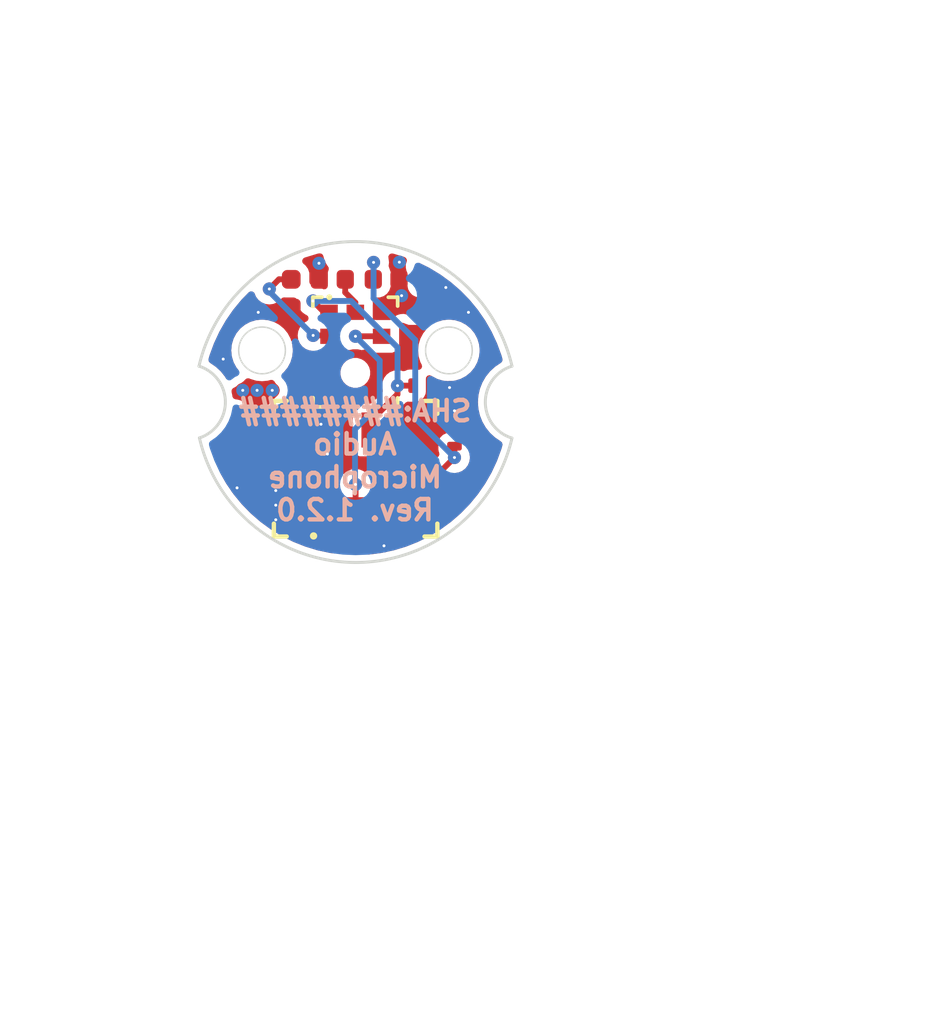
<source format=kicad_pcb>
(kicad_pcb (version 20240108) (generator "pcbnew") (generator_version "8.0")
  (title_block (title "microphone-pcb") (date "07.01.2025") (rev "1.2.0"))
  (layers (0 "F.Cu" signal) (1 "In1.Cu" signal) (2 "In2.Cu" signal) (31 "B.Cu" signal) (34 "B.Paste" user) (35 "F.Paste" user) (36 "B.SilkS" user "B.Silkscreen") (37 "F.SilkS" user "F.Silkscreen") (38 "B.Mask" user) (39 "F.Mask" user) (44 "Edge.Cuts" user))
  (net 0 "")
  (net 1 "VDD")
  (net 2 "GND")
  (net 3 "VCC")
  (net 4 "/WS")
  (net 5 "/DATA")
  (net 6 "/BCLK")
  (net 7 "/SELECT")
  (net 8 "Net-(MK1-DATA)")
  (footprint "antmicro-footprints:XDFN-2_1x0.60mm" (layer "F.Cu") (at 240.1962 151.8666)
    (property "Reference" "D2" (hide yes))
    (property "Value" "TPD1E0B04_XDFN-2")
    (pad "1" smd roundrect (at -0.351 0) (size 0.3 0.5) (layers "F.Cu" "F.Paste" "F.Mask") (net 6 "/BCLK"))
    (pad "2" smd roundrect (at 0.349 0) (size 0.3 0.5) (layers "F.Cu" "F.Paste" "F.Mask") (net 2 "GND"))
  )
  (footprint "antmicro-footprints:C_0402_1005Metric" (layer "F.Cu") (at 241.9462 142.7166 180)
    (property "Reference" "C2" (hide yes))
    (property "Value" "C_100n_50V_X8L_0402")
    (pad "1" smd roundrect (at -0.48 0 180) (size 0.59 0.64) (layers "F.Cu" "F.Paste" "F.Mask") (net 2 "GND"))
    (pad "2" smd roundrect (at 0.48 0 180) (size 0.59 0.64) (layers "F.Cu" "F.Paste" "F.Mask") (net 1 "VDD"))
  )
  (footprint "antmicro-footprints:FB_0402_1005Metric" (layer "F.Cu") (at 236.605108 147.767305 -90)
    (property "Reference" "FB1" (hide yes))
    (property "Value" "FB_600Z_0.3A_Murata-BLM15AG_0402")
    (pad "1" smd roundrect (at -0.48 0 270) (size 0.59 0.64) (layers "F.Cu" "F.Paste" "F.Mask") (net 1 "VDD"))
    (pad "2" smd roundrect (at 0.48 0 270) (size 0.59 0.64) (layers "F.Cu" "F.Paste" "F.Mask") (net 3 "VCC"))
  )
  (footprint "antmicro-footprints:C_0402_1005Metric" (layer "F.Cu") (at 242.5062 143.6566 180)
    (property "Reference" "C1" (hide yes))
    (property "Value" "C_180p_0402")
    (pad "1" smd roundrect (at -0.48 0 180) (size 0.59 0.64) (layers "F.Cu" "F.Paste" "F.Mask") (net 2 "GND"))
    (pad "2" smd roundrect (at 0.48 0 180) (size 0.59 0.64) (layers "F.Cu" "F.Paste" "F.Mask") (net 1 "VDD"))
  )
  (footprint "antmicro-footprints:C_0402_1005Metric" (layer "F.Cu") (at 236.605108 149.627305 90)
    (property "Reference" "C3" (hide yes))
    (property "Value" "C_1u_0402")
    (pad "1" smd roundrect (at -0.48 0 90) (size 0.59 0.64) (layers "F.Cu" "F.Paste" "F.Mask") (net 2 "GND"))
    (pad "2" smd roundrect (at 0.48 0 90) (size 0.59 0.64) (layers "F.Cu" "F.Paste" "F.Mask") (net 3 "VCC"))
  )
  (footprint "antmicro-footprints:XDFN-2_1x0.60mm" (layer "F.Cu") (at 242.2862 146.3566)
    (property "Reference" "D3" (hide yes))
    (property "Value" "TPD1E0B04_XDFN-2")
    (pad "1" smd roundrect (at -0.351 0) (size 0.3 0.5) (layers "F.Cu" "F.Paste" "F.Mask") (net 4 "/WS"))
    (pad "2" smd roundrect (at 0.349 0) (size 0.3 0.5) (layers "F.Cu" "F.Paste" "F.Mask") (net 2 "GND"))
  )
  (footprint "antmicro-footprints:R_0402_1005Metric" (layer "F.Cu") (at 237.775108 143.197305 90)
    (property "Reference" "R3" (hide yes))
    (property "Value" "R_0R_0402")
    (pad "1" smd roundrect (at -0.48 0 90) (size 0.59 0.64) (layers "F.Cu" "F.Paste" "F.Mask") (net 2 "GND"))
    (pad "2" smd roundrect (at 0.48 0 90) (size 0.59 0.64) (layers "F.Cu" "F.Paste" "F.Mask") (net 7 "/SELECT"))
  )
  (footprint "antmicro-footprints:Conn_FFC_Molex_5019510550" (layer "F.Cu") (at 239.98 149.2 90)
    (property "Reference" "J1" (hide yes))
    (property "Value" "Conn_FFC_Molex_5019510550")
    (fp_line (start 1.88 -2.8) (end 2.32 -2.8) (stroke (width 0.15)) (layer "F.SilkS"))
    (fp_line (start -1.88 -2.8) (end -2.32 -2.8) (stroke (width 0.15)) (layer "F.SilkS"))
    (fp_line (start 2.32 -2.36) (end 2.32 -2.8) (stroke (width 0.15)) (layer "F.SilkS"))
    (fp_line (start -2.32 -2.36) (end -2.32 -2.8) (stroke (width 0.15)) (layer "F.SilkS"))
    (fp_line (start 2.32 2.36) (end 2.32 2.8) (stroke (width 0.15)) (layer "F.SilkS"))
    (fp_line (start -2.32 2.36) (end -2.32 2.8) (stroke (width 0.15)) (layer "F.SilkS"))
    (fp_line (start 1.88 2.8) (end 2.32 2.8) (stroke (width 0.15)) (layer "F.SilkS"))
    (fp_line (start -1.88 2.8) (end -2.32 2.8) (stroke (width 0.15)) (layer "F.SilkS"))
    (fp_circle (center -2.3 -1.44) (end -2.3 -1.49) (stroke (width 0.15)) (fill solid) (layer "F.SilkS"))
    (pad "1" smd rect (at -1.575 -1) (size 0.6 1.2) (layers "F.Cu" "F.Paste" "F.Mask") (net 3 "VCC"))
    (pad "2" smd rect (at 1.325 -0.5) (size 0.6 1.2) (layers "F.Cu" "F.Paste" "F.Mask") (net 2 "GND"))
    (pad "3" smd rect (at -1.575 0) (size 0.6 1.2) (layers "F.Cu" "F.Paste" "F.Mask") (net 6 "/BCLK"))
    (pad "4" smd rect (at 1.325 0.5) (size 0.6 1.2) (layers "F.Cu" "F.Paste" "F.Mask") (net 4 "/WS"))
    (pad "5" smd rect (at -1.575 1) (size 0.6 1.2) (layers "F.Cu" "F.Paste" "F.Mask") (net 5 "/DATA"))
    (pad "MP" smd rect (at -1.475 -2) (size 0.8 1.4) (layers "F.Cu" "F.Paste" "F.Mask") (net 2 "GND"))
    (pad "MP" smd rect (at -1.475 2) (size 0.8 1.4) (layers "F.Cu" "F.Paste" "F.Mask") (net 2 "GND"))
    (pad "MP" smd rect (at 1.225 -2) (size 0.8 1.4) (layers "F.Cu" "F.Paste" "F.Mask") (net 2 "GND"))
    (pad "MP" smd rect (at 1.225 2) (size 0.8 1.4) (layers "F.Cu" "F.Paste" "F.Mask") (net 2 "GND"))
  )
  (footprint "antmicro-footprints:MK_SPH0645LM4H-B" (layer "F.Cu") (at 239.97 145.92)
    (property "Reference" "MK1" (hide yes))
    (property "Value" "MK_SPH0645LM4H-B")
    (fp_line (start -1.455 -2.28) (end -1.455 -2.59) (stroke (width 0.127)) (layer "F.SilkS"))
    (fp_line (start -1.4525 -2.59) (end -1.1475 -2.59) (stroke (width 0.127)) (layer "F.SilkS"))
    (fp_line (start -1.4475 1.165) (end -1.4475 0.85) (stroke (width 0.127)) (layer "F.SilkS"))
    (fp_line (start -1.1325 1.165) (end -1.4475 1.165) (stroke (width 0.127)) (layer "F.SilkS"))
    (fp_line (start 1.13 -2.59) (end 1.45 -2.59) (stroke (width 0.127)) (layer "F.SilkS"))
    (fp_line (start 1.45 -2.59) (end 1.45 -2.2875) (stroke (width 0.127)) (layer "F.SilkS"))
    (fp_line (start 1.45 0.855) (end 1.45 1.165) (stroke (width 0.127)) (layer "F.SilkS"))
    (fp_line (start 1.45 1.165) (end 1.145 1.165) (stroke (width 0.127)) (layer "F.SilkS"))
    (fp_circle (center -0.89 -2.59) (end -0.84 -2.59) (stroke (width 0.1)) (fill none) (layer "F.SilkS"))
    (pad "" np_thru_hole circle (at 0 0) (size 0.77 0.77) (drill 0.77) (layers "F&B.Cu" "*.Mask"))
    (pad "1" smd rect (at -0.9 -2.074) (size 0.6 0.522) (layers "F.Cu" "F.Paste" "F.Mask") (net 4 "/WS"))
    (pad "2" smd rect (at -0.9 -1.252) (size 0.6 0.522) (layers "F.Cu" "F.Paste" "F.Mask") (net 7 "/SELECT"))
    (pad "3" smd custom (at 0.662 0) (size 0.1 0.1) (layers "F.Cu" "F.Mask") (net 2 "GND") (options (clearance outline) (anchor rect)) (primitives (gr_circle (center -0.662 0) (end 0 0) (width 0.3) (fill no))))
    (pad "4" smd rect (at 0.9 -1.252) (size 0.6 0.522) (layers "F.Cu" "F.Paste" "F.Mask") (net 6 "/BCLK"))
    (pad "5" smd rect (at 0.9 -2.074) (size 0.6 0.522) (layers "F.Cu" "F.Paste" "F.Mask") (net 1 "VDD"))
    (pad "6" smd rect (at 0 -2.074) (size 0.6 0.522) (layers "F.Cu" "F.Paste" "F.Mask") (net 8 "Net-(MK1-DATA)"))
  )
  (footprint "antmicro-footprints:XDFN-2_1x0.60mm" (layer "F.Cu") (at 243.3662 148.0766 90)
    (property "Reference" "D4" (hide yes))
    (property "Value" "TPD1E0B04_XDFN-2")
    (pad "1" smd roundrect (at -0.351 0 90) (size 0.3 0.5) (layers "F.Cu" "F.Paste" "F.Mask") (net 5 "/DATA"))
    (pad "2" smd roundrect (at 0.349 0 90) (size 0.3 0.5) (layers "F.Cu" "F.Paste" "F.Mask") (net 2 "GND"))
  )
  (footprint "antmicro-footprints:R_0402_1005Metric" (layer "F.Cu") (at 240.105108 142.717305)
    (property "Reference" "R1" (hide yes))
    (property "Value" "R_51R_0402")
    (pad "1" smd roundrect (at -0.48 0) (size 0.59 0.64) (layers "F.Cu" "F.Paste" "F.Mask") (net 8 "Net-(MK1-DATA)"))
    (pad "2" smd roundrect (at 0.48 0) (size 0.59 0.64) (layers "F.Cu" "F.Paste" "F.Mask") (net 5 "/DATA"))
  )
  (footprint "antmicro-footprints:XDFN-2_1x0.60mm" (layer "F.Cu") (at 235.6662 149.0266 -90)
    (property "Reference" "D1" (hide yes))
    (property "Value" "TPD1E0B04_XDFN-2")
    (pad "1" smd roundrect (at -0.351 0 270) (size 0.3 0.5) (layers "F.Cu" "F.Paste" "F.Mask") (net 3 "VCC"))
    (pad "2" smd roundrect (at 0.349 0 270) (size 0.3 0.5) (layers "F.Cu" "F.Paste" "F.Mask") (net 2 "GND"))
  )
  (footprint "antmicro-footprints:R_0402_1005Metric" (layer "F.Cu") (at 238.255108 142.717305)
    (property "Reference" "R2" (hide yes))
    (property "Value" "R_0R_0402")
    (pad "1" smd roundrect (at -0.48 0) (size 0.59 0.64) (layers "F.Cu" "F.Paste" "F.Mask") (net 7 "/SELECT"))
    (pad "2" smd roundrect (at 0.48 0) (size 0.59 0.64) (layers "F.Cu" "F.Paste" "F.Mask") (net 1 "VDD"))
  )
  (gr_arc (start 245.335581 148.1515) (mid 244.422867 146.919999) (end 245.336361 145.689077) (stroke (width 0.1)) (layer "Edge.Cuts"))
  (gr_arc (start 234.616 145.689729) (mid 235.519346 146.911695) (end 234.631038 148.144636) (stroke (width 0.1)) (layer "Edge.Cuts"))
  (gr_line (start 234.615579 145.69107) (end 234.616 145.689729) (stroke (width 0.1)) (layer "Edge.Cuts"))
  (gr_circle (center 243.175 145.15) (end 243.975 145.15) (stroke (width 0.05)) (fill none) (layer "Edge.Cuts"))
  (gr_arc (start 234.615579 145.69107) (mid 239.975177 141.425437) (end 245.336361 145.689076) (stroke (width 0.1)) (layer "Edge.Cuts"))
  (gr_circle (center 236.775 145.15) (end 237.575 145.15) (stroke (width 0.05)) (fill none) (layer "Edge.Cuts"))
  (gr_arc (start 245.335581 148.151502) (mid 239.980577 152.408327) (end 234.631038 148.144636) (stroke (width 0.1)) (layer "Edge.Cuts"))
  (gr_text "Audio\nMicrophone\nRev. ${REVISION}" (at 239.955108 151.027305 0) (layer "B.SilkS") (effects (font (size 0.7 0.7)) (justify bottom mirror)))
  (gr_text "SHA:########" (at 239.965108 147.637305 0) (layer "B.SilkS") (effects (font (size 0.7 0.7)) (justify bottom mirror)))
  (segment (start 236.605108 147.287305) (end 236.605108 147.037305) (width 0.5) (layer "F.Cu") (net 1))
  (segment (start 238.725108 142.167305) (end 238.735108 142.177305) (width 0.2) (layer "F.Cu") (net 1))
  (segment (start 236.605108 147.037305) (end 237.125108 146.517305) (width 0.5) (layer "F.Cu") (net 1))
  (segment (start 236.605108 147.287305) (end 236.605108 146.517305) (width 0.5) (layer "F.Cu") (net 1))
  (segment (start 236.115108 146.517305) (end 237.125108 146.517305) (width 0.5) (layer "F.Cu") (net 1))
  (segment (start 241.478839 142.130061) (end 241.475108 142.133792) (width 0.2) (layer "F.Cu") (net 1))
  (segment (start 241.475108 142.133792) (end 241.475108 142.717305) (width 0.2) (layer "F.Cu") (net 1))
  (segment (start 238.735108 142.177305) (end 238.735108 142.717305) (width 0.2) (layer "F.Cu") (net 1))
  (segment (start 236.605108 147.287305) (end 236.605108 147.007305) (width 0.5) (layer "F.Cu") (net 1))
  (segment (start 236.605108 147.007305) (end 236.115108 146.517305) (width 0.5) (layer "F.Cu") (net 1))
  (via (at 237.125108 146.517305) (size 0.45) (drill 0.1) (layers "F.Cu" "B.Cu") (net 1))
  (via (at 236.115108 146.517305) (size 0.45) (drill 0.1) (layers "F.Cu" "B.Cu") (net 1))
  (via (at 236.605108 146.517305) (size 0.45) (drill 0.1) (layers "F.Cu" "B.Cu") (net 1))
  (via (at 241.478839 142.130061) (size 0.45) (drill 0.1) (layers "F.Cu" "B.Cu") (net 1))
  (via (at 241.555108 143.277305) (size 0.45) (drill 0.1) (layers "F.Cu" "B.Cu") (net 1))
  (via (at 238.725108 142.167305) (size 0.45) (drill 0.1) (layers "F.Cu" "B.Cu") (net 1))
  (segment (start 235.6662 149.601625) (end 235.919037 149.854462) (width 0.2) (layer "F.Cu") (net 2))
  (segment (start 240.604357 151.838443) (end 240.952263 151.838443) (width 0.2) (layer "F.Cu") (net 2))
  (segment (start 243.3662 147.7276) (end 243.3662 147.2166) (width 0.2) (layer "F.Cu") (net 2))
  (segment (start 240.5562 151.8866) (end 240.604357 151.838443) (width 0.2) (layer "F.Cu") (net 2))
  (segment (start 243.131558 146.3566) (end 243.197443 146.422485) (width 0.2) (layer "F.Cu") (net 2))
  (segment (start 235.6662 149.3756) (end 235.6662 149.601625) (width 0.2) (layer "F.Cu") (net 2))
  (segment (start 242.6352 146.3566) (end 243.131558 146.3566) (width 0.2) (layer "F.Cu") (net 2))
  (via (at 238.795108 147.677305) (size 0.45) (drill 0.1) (layers "F.Cu" "B.Cu") (net 2))
  (via (at 237.245108 150.447305) (size 0.45) (drill 0.1) (layers "F.Cu" "B.Cu") (net 2))
  (via (at 239.015108 148.697305) (size 0.45) (drill 0.1) (layers "F.Cu" "B.Cu") (net 2))
  (via (at 235.445108 145.447305) (size 0.45) (drill 0.1) (layers "F.Cu" "B.Cu") (net 2))
  (via (at 235.919037 149.854462) (size 0.45) (drill 0.1) (layers "F.Cu" "B.Cu") (net 2))
  (via (at 243.070108 142.997305) (size 0.45) (drill 0.1) (layers "F.Cu" "B.Cu") (net 2))
  (via (at 237.245108 149.947305) (size 0.45) (drill 0.1) (layers "F.Cu" "B.Cu") (net 2))
  (via (at 243.845108 143.847305) (size 0.45) (drill 0.1) (layers "F.Cu" "B.Cu") (net 2))
  (via (at 243.3662 147.2166) (size 0.45) (drill 0.1) (layers "F.Cu" "B.Cu") (net 2))
  (via (at 236.645108 143.847305) (size 0.45) (drill 0.1) (layers "F.Cu" "B.Cu") (net 2))
  (via (at 237.245108 150.947305) (size 0.45) (drill 0.1) (layers "F.Cu" "B.Cu") (net 2))
  (via (at 243.197443 146.422485) (size 0.45) (drill 0.1) (layers "F.Cu" "B.Cu") (net 2))
  (via (at 240.952263 151.838443) (size 0.45) (drill 0.1) (layers "F.Cu" "B.Cu") (net 2))
  (segment (start 235.6662 148.675601) (end 236.133404 148.675601) (width 0.5) (layer "F.Cu") (net 3))
  (segment (start 238.435108 149.147305) (end 236.605108 149.147305) (width 0.5) (layer "F.Cu") (net 3))
  (segment (start 236.605108 149.147305) (end 236.605108 148.247305) (width 0.5) (layer "F.Cu") (net 3))
  (segment (start 236.176812 148.675601) (end 236.605108 148.247305) (width 0.5) (layer "F.Cu") (net 3))
  (segment (start 236.133404 148.675601) (end 236.605108 149.147305) (width 0.5) (layer "F.Cu") (net 3))
  (segment (start 235.6662 148.675601) (end 236.176812 148.675601) (width 0.5) (layer "F.Cu") (net 3))
  (segment (start 238.98 150.775) (end 238.98 149.692197) (width 0.5) (layer "F.Cu") (net 3))
  (segment (start 238.98 149.692197) (end 238.435108 149.147305) (width 0.5) (layer "F.Cu") (net 3))
  (segment (start 240.48 147.5828) (end 241.4162 146.6466) (width 0.2) (layer "F.Cu") (net 4))
  (segment (start 238.903802 143.846) (end 238.516297 143.458495) (width 0.2) (layer "F.Cu") (net 4))
  (segment (start 241.4162 146.3566) (end 241.935201 146.3566) (width 0.2) (layer "F.Cu") (net 4))
  (segment (start 241.4162 146.6466) (end 241.4162 146.3566) (width 0.2) (layer "F.Cu") (net 4))
  (segment (start 239.07 143.846) (end 238.903802 143.846) (width 0.2) (layer "F.Cu") (net 4))
  (segment (start 240.48 147.875) (end 240.48 147.5828) (width 0.2) (layer "F.Cu") (net 4))
  (via (at 238.516297 143.458495) (size 0.45) (drill 0.1) (layers "F.Cu" "B.Cu") (net 4))
  (via (at 241.4162 146.3566) (size 0.45) (drill 0.1) (layers "F.Cu" "B.Cu") (net 4))
  (segment (start 241.4162 146.3566) (end 241.4162 145.048397) (width 0.2) (layer "B.Cu") (net 4))
  (segment (start 239.826298 143.458495) (end 238.516297 143.458495) (width 0.2) (layer "B.Cu") (net 4))
  (segment (start 241.4162 145.048397) (end 239.826298 143.458495) (width 0.2) (layer "B.Cu") (net 4))
  (segment (start 241.7284 149.2266) (end 240.98 149.975) (width 0.2) (layer "F.Cu") (net 5))
  (segment (start 243.3662 148.8166) (end 243.3662 148.427599) (width 0.2) (layer "F.Cu") (net 5))
  (segment (start 240.595108 142.137305) (end 240.595108 142.707305) (width 0.2) (layer "F.Cu") (net 5))
  (segment (start 240.595108 142.707305) (end 240.585108 142.717305) (width 0.2) (layer "F.Cu") (net 5))
  (segment (start 243.3662 148.8166) (end 242.9562 149.2266) (width 0.2) (layer "F.Cu") (net 5))
  (segment (start 240.98 149.975) (end 240.98 150.775) (width 0.2) (layer "F.Cu") (net 5))
  (segment (start 242.9562 149.2266) (end 241.7284 149.2266) (width 0.2) (layer "F.Cu") (net 5))
  (via (at 243.3662 148.8166) (size 0.45) (drill 0.1) (layers "F.Cu" "B.Cu") (net 5))
  (via (at 240.595108 142.137305) (size 0.45) (drill 0.1) (layers "F.Cu" "B.Cu") (net 5))
  (segment (start 242.022515 147.472915) (end 242.022515 144.794712) (width 0.2) (layer "B.Cu") (net 5))
  (segment (start 242.022515 144.794712) (end 240.595108 143.367305) (width 0.2) (layer "B.Cu") (net 5))
  (segment (start 243.3662 148.8166) (end 242.022515 147.472915) (width 0.2) (layer "B.Cu") (net 5))
  (segment (start 240.595108 143.367305) (end 240.595108 142.137305) (width 0.2) (layer "B.Cu") (net 5))
  (segment (start 239.856201 151.8866) (end 239.856201 150.898799) (width 0.2) (layer "F.Cu") (net 6))
  (segment (start 239.98 149.742197) (end 239.975108 149.737305) (width 0.2) (layer "F.Cu") (net 6))
  (segment (start 240.839305 144.637305) (end 240.87 144.668) (width 0.2) (layer "F.Cu") (net 6))
  (segment (start 239.856201 150.898799) (end 239.98 150.775) (width 0.2) (layer "F.Cu") (net 6))
  (segment (start 240.869305 144.667305) (end 240.87 144.668) (width 0.2) (layer "F.Cu") (net 6))
  (segment (start 239.98 150.775) (end 239.98 149.742197) (width 0.2) (layer "F.Cu") (net 6))
  (segment (start 239.975108 144.667305) (end 240.869305 144.667305) (width 0.2) (layer "F.Cu") (net 6))
  (via (at 239.975108 149.737305) (size 0.45) (drill 0.1) (layers "F.Cu" "B.Cu") (net 6))
  (via (at 239.975108 144.667305) (size 0.45) (drill 0.1) (layers "F.Cu" "B.Cu") (net 6))
  (segment (start 240.805108 146.997305) (end 240.805108 145.497305) (width 0.2) (layer "B.Cu") (net 6))
  (segment (start 239.960108 147.842305) (end 240.805108 146.997305) (width 0.2) (layer "B.Cu") (net 6))
  (segment (start 240.805108 145.497305) (end 239.975108 144.667305) (width 0.2) (layer "B.Cu") (net 6))
  (segment (start 239.960108 149.722305) (end 239.960108 147.842305) (width 0.2) (layer "B.Cu") (net 6))
  (segment (start 239.975108 149.737305) (end 239.960108 149.722305) (width 0.2) (layer "B.Cu") (net 6))
  (segment (start 239.039305 144.637305) (end 239.07 144.668) (width 0.2) (layer "F.Cu") (net 7))
  (segment (start 238.525108 144.637305) (end 239.039305 144.637305) (width 0.2) (layer "F.Cu") (net 7))
  (segment (start 237.775108 142.717305) (end 237.355108 142.717305) (width 0.2) (layer "F.Cu") (net 7))
  (segment (start 237.355108 142.717305) (end 237.025108 143.047305) (width 0.2) (layer "F.Cu") (net 7))
  (via (at 237.025108 143.047305) (size 0.45) (drill 0.1) (layers "F.Cu" "B.Cu") (net 7))
  (via (at 238.525108 144.637305) (size 0.45) (drill 0.1) (layers "F.Cu" "B.Cu") (net 7))
  (segment (start 237.025108 143.137305) (end 237.025108 143.047305) (width 0.2) (layer "B.Cu") (net 7))
  (segment (start 238.525108 144.637305) (end 237.025108 143.137305) (width 0.2) (layer "B.Cu") (net 7))
  (segment (start 239.97 143.512197) (end 239.625108 143.167305) (width 0.2) (layer "F.Cu") (net 8))
  (segment (start 239.625108 143.167305) (end 239.625108 142.717305) (width 0.2) (layer "F.Cu") (net 8))
  (segment (start 239.625108 142.717305) (end 239.675108 142.717305) (width 0.2) (layer "F.Cu") (net 8))
  (segment (start 239.97 143.846) (end 239.97 143.512197) (width 0.2) (layer "F.Cu") (net 8))
  (segment (start 239.675108 142.717305) (end 239.735108 142.777305) (width 0.2) (layer "F.Cu") (net 8))
  (zone (net 2) (net_name "GND") (layers "F.Cu" "In1.Cu" "B.Cu") (connect_pads yes (clearance 0.3)) (min_thickness 0.25) (fill yes (thermal_gap 0.5) (thermal_bridge_width 0.5))
    (polygon (pts (xy 232.5 139.56) (xy 232.5 154.56) (xy 247.5 154.56) (xy 247.5 139.56)))
  )
  (zone (net 1) (net_name "VDD") (layers "F.Cu" "In2.Cu") (connect_pads yes (clearance 0.3)) (min_thickness 0.25) (fill yes (thermal_gap 0.5) (thermal_bridge_width 0.5))
    (polygon (pts (xy 232.145108 139.147305) (xy 232.145108 154.947305) (xy 247.945108 154.947305) (xy 247.845108 139.147305)))
  )
)
</source>
